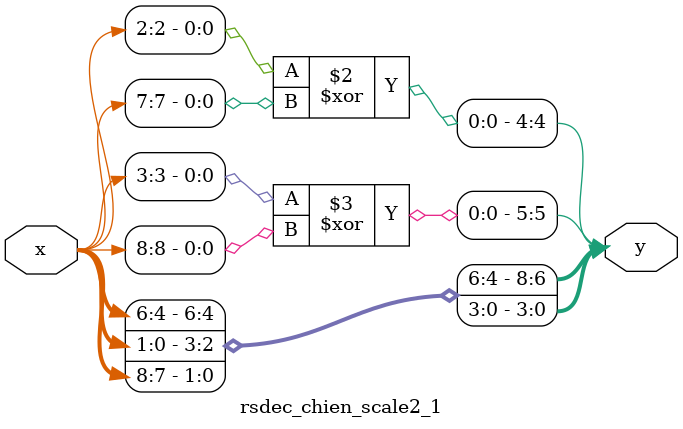
<source format=v>
module rsdec_chien_scale2_1 (y, x);
	input [8:0] x;
	output [8:0] y;
	reg [8:0] y;
	always @ (x)
	begin
		y[0] = x[7];
		y[1] = x[8];
		y[2] = x[0];
		y[3] = x[1];
		y[4] = x[2] ^ x[7];
		y[5] = x[3] ^ x[8];
		y[6] = x[4];
		y[7] = x[5];
		y[8] = x[6];
	end
endmodule
</source>
